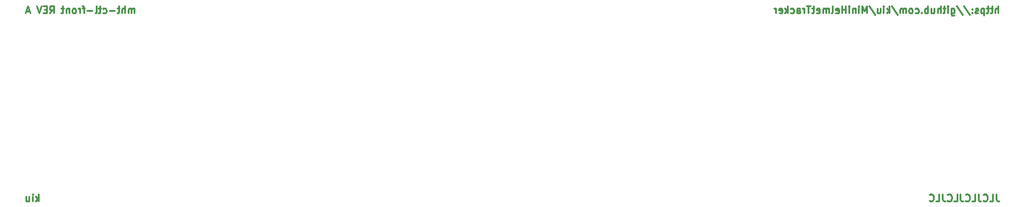
<source format=gbo>
G04 #@! TF.GenerationSoftware,KiCad,Pcbnew,(6.0.0)*
G04 #@! TF.CreationDate,2022-06-26T22:50:44+02:00*
G04 #@! TF.ProjectId,mht-ctl-front,6d68742d-6374-46c2-9d66-726f6e742e6b,rev?*
G04 #@! TF.SameCoordinates,Original*
G04 #@! TF.FileFunction,Legend,Bot*
G04 #@! TF.FilePolarity,Positive*
%FSLAX46Y46*%
G04 Gerber Fmt 4.6, Leading zero omitted, Abs format (unit mm)*
G04 Created by KiCad (PCBNEW (6.0.0)) date 2022-06-26 22:50:44*
%MOMM*%
%LPD*%
G01*
G04 APERTURE LIST*
%ADD10C,0.250000*%
%ADD11C,3.200000*%
G04 APERTURE END LIST*
D10*
X50876785Y-31952380D02*
X50876785Y-31285714D01*
X50876785Y-31380952D02*
X50829166Y-31333333D01*
X50733928Y-31285714D01*
X50591071Y-31285714D01*
X50495833Y-31333333D01*
X50448214Y-31428571D01*
X50448214Y-31952380D01*
X50448214Y-31428571D02*
X50400595Y-31333333D01*
X50305357Y-31285714D01*
X50162500Y-31285714D01*
X50067261Y-31333333D01*
X50019642Y-31428571D01*
X50019642Y-31952380D01*
X49543452Y-31952380D02*
X49543452Y-30952380D01*
X49114880Y-31952380D02*
X49114880Y-31428571D01*
X49162500Y-31333333D01*
X49257738Y-31285714D01*
X49400595Y-31285714D01*
X49495833Y-31333333D01*
X49543452Y-31380952D01*
X48781547Y-31285714D02*
X48400595Y-31285714D01*
X48638690Y-30952380D02*
X48638690Y-31809523D01*
X48591071Y-31904761D01*
X48495833Y-31952380D01*
X48400595Y-31952380D01*
X48067261Y-31571428D02*
X47305357Y-31571428D01*
X46400595Y-31904761D02*
X46495833Y-31952380D01*
X46686309Y-31952380D01*
X46781547Y-31904761D01*
X46829166Y-31857142D01*
X46876785Y-31761904D01*
X46876785Y-31476190D01*
X46829166Y-31380952D01*
X46781547Y-31333333D01*
X46686309Y-31285714D01*
X46495833Y-31285714D01*
X46400595Y-31333333D01*
X46114880Y-31285714D02*
X45733928Y-31285714D01*
X45972023Y-30952380D02*
X45972023Y-31809523D01*
X45924404Y-31904761D01*
X45829166Y-31952380D01*
X45733928Y-31952380D01*
X45257738Y-31952380D02*
X45352976Y-31904761D01*
X45400595Y-31809523D01*
X45400595Y-30952380D01*
X44876785Y-31571428D02*
X44114880Y-31571428D01*
X43781547Y-31285714D02*
X43400595Y-31285714D01*
X43638690Y-31952380D02*
X43638690Y-31095238D01*
X43591071Y-31000000D01*
X43495833Y-30952380D01*
X43400595Y-30952380D01*
X43067261Y-31952380D02*
X43067261Y-31285714D01*
X43067261Y-31476190D02*
X43019642Y-31380952D01*
X42972023Y-31333333D01*
X42876785Y-31285714D01*
X42781547Y-31285714D01*
X42305357Y-31952380D02*
X42400595Y-31904761D01*
X42448214Y-31857142D01*
X42495833Y-31761904D01*
X42495833Y-31476190D01*
X42448214Y-31380952D01*
X42400595Y-31333333D01*
X42305357Y-31285714D01*
X42162500Y-31285714D01*
X42067261Y-31333333D01*
X42019642Y-31380952D01*
X41972023Y-31476190D01*
X41972023Y-31761904D01*
X42019642Y-31857142D01*
X42067261Y-31904761D01*
X42162500Y-31952380D01*
X42305357Y-31952380D01*
X41543452Y-31285714D02*
X41543452Y-31952380D01*
X41543452Y-31380952D02*
X41495833Y-31333333D01*
X41400595Y-31285714D01*
X41257738Y-31285714D01*
X41162500Y-31333333D01*
X41114880Y-31428571D01*
X41114880Y-31952380D01*
X40781547Y-31285714D02*
X40400595Y-31285714D01*
X40638690Y-30952380D02*
X40638690Y-31809523D01*
X40591071Y-31904761D01*
X40495833Y-31952380D01*
X40400595Y-31952380D01*
X38733928Y-31952380D02*
X39067261Y-31476190D01*
X39305357Y-31952380D02*
X39305357Y-30952380D01*
X38924404Y-30952380D01*
X38829166Y-31000000D01*
X38781547Y-31047619D01*
X38733928Y-31142857D01*
X38733928Y-31285714D01*
X38781547Y-31380952D01*
X38829166Y-31428571D01*
X38924404Y-31476190D01*
X39305357Y-31476190D01*
X38305357Y-31428571D02*
X37972023Y-31428571D01*
X37829166Y-31952380D02*
X38305357Y-31952380D01*
X38305357Y-30952380D01*
X37829166Y-30952380D01*
X37543452Y-30952380D02*
X37210119Y-31952380D01*
X36876785Y-30952380D01*
X35829166Y-31666666D02*
X35352976Y-31666666D01*
X35924404Y-31952380D02*
X35591071Y-30952380D01*
X35257738Y-31952380D01*
X174313690Y-57952380D02*
X174313690Y-58666666D01*
X174361309Y-58809523D01*
X174456547Y-58904761D01*
X174599404Y-58952380D01*
X174694642Y-58952380D01*
X173361309Y-58952380D02*
X173837500Y-58952380D01*
X173837500Y-57952380D01*
X172456547Y-58857142D02*
X172504166Y-58904761D01*
X172647023Y-58952380D01*
X172742261Y-58952380D01*
X172885119Y-58904761D01*
X172980357Y-58809523D01*
X173027976Y-58714285D01*
X173075595Y-58523809D01*
X173075595Y-58380952D01*
X173027976Y-58190476D01*
X172980357Y-58095238D01*
X172885119Y-58000000D01*
X172742261Y-57952380D01*
X172647023Y-57952380D01*
X172504166Y-58000000D01*
X172456547Y-58047619D01*
X171742261Y-57952380D02*
X171742261Y-58666666D01*
X171789880Y-58809523D01*
X171885119Y-58904761D01*
X172027976Y-58952380D01*
X172123214Y-58952380D01*
X170789880Y-58952380D02*
X171266071Y-58952380D01*
X171266071Y-57952380D01*
X169885119Y-58857142D02*
X169932738Y-58904761D01*
X170075595Y-58952380D01*
X170170833Y-58952380D01*
X170313690Y-58904761D01*
X170408928Y-58809523D01*
X170456547Y-58714285D01*
X170504166Y-58523809D01*
X170504166Y-58380952D01*
X170456547Y-58190476D01*
X170408928Y-58095238D01*
X170313690Y-58000000D01*
X170170833Y-57952380D01*
X170075595Y-57952380D01*
X169932738Y-58000000D01*
X169885119Y-58047619D01*
X169170833Y-57952380D02*
X169170833Y-58666666D01*
X169218452Y-58809523D01*
X169313690Y-58904761D01*
X169456547Y-58952380D01*
X169551785Y-58952380D01*
X168218452Y-58952380D02*
X168694642Y-58952380D01*
X168694642Y-57952380D01*
X167313690Y-58857142D02*
X167361309Y-58904761D01*
X167504166Y-58952380D01*
X167599404Y-58952380D01*
X167742261Y-58904761D01*
X167837500Y-58809523D01*
X167885119Y-58714285D01*
X167932738Y-58523809D01*
X167932738Y-58380952D01*
X167885119Y-58190476D01*
X167837500Y-58095238D01*
X167742261Y-58000000D01*
X167599404Y-57952380D01*
X167504166Y-57952380D01*
X167361309Y-58000000D01*
X167313690Y-58047619D01*
X166599404Y-57952380D02*
X166599404Y-58666666D01*
X166647023Y-58809523D01*
X166742261Y-58904761D01*
X166885119Y-58952380D01*
X166980357Y-58952380D01*
X165647023Y-58952380D02*
X166123214Y-58952380D01*
X166123214Y-57952380D01*
X164742261Y-58857142D02*
X164789880Y-58904761D01*
X164932738Y-58952380D01*
X165027976Y-58952380D01*
X165170833Y-58904761D01*
X165266071Y-58809523D01*
X165313690Y-58714285D01*
X165361309Y-58523809D01*
X165361309Y-58380952D01*
X165313690Y-58190476D01*
X165266071Y-58095238D01*
X165170833Y-58000000D01*
X165027976Y-57952380D01*
X164932738Y-57952380D01*
X164789880Y-58000000D01*
X164742261Y-58047619D01*
X174599404Y-31952380D02*
X174599404Y-30952380D01*
X174170833Y-31952380D02*
X174170833Y-31428571D01*
X174218452Y-31333333D01*
X174313690Y-31285714D01*
X174456547Y-31285714D01*
X174551785Y-31333333D01*
X174599404Y-31380952D01*
X173837500Y-31285714D02*
X173456547Y-31285714D01*
X173694642Y-30952380D02*
X173694642Y-31809523D01*
X173647023Y-31904761D01*
X173551785Y-31952380D01*
X173456547Y-31952380D01*
X173266071Y-31285714D02*
X172885119Y-31285714D01*
X173123214Y-30952380D02*
X173123214Y-31809523D01*
X173075595Y-31904761D01*
X172980357Y-31952380D01*
X172885119Y-31952380D01*
X172551785Y-31285714D02*
X172551785Y-32285714D01*
X172551785Y-31333333D02*
X172456547Y-31285714D01*
X172266071Y-31285714D01*
X172170833Y-31333333D01*
X172123214Y-31380952D01*
X172075595Y-31476190D01*
X172075595Y-31761904D01*
X172123214Y-31857142D01*
X172170833Y-31904761D01*
X172266071Y-31952380D01*
X172456547Y-31952380D01*
X172551785Y-31904761D01*
X171694642Y-31904761D02*
X171599404Y-31952380D01*
X171408928Y-31952380D01*
X171313690Y-31904761D01*
X171266071Y-31809523D01*
X171266071Y-31761904D01*
X171313690Y-31666666D01*
X171408928Y-31619047D01*
X171551785Y-31619047D01*
X171647023Y-31571428D01*
X171694642Y-31476190D01*
X171694642Y-31428571D01*
X171647023Y-31333333D01*
X171551785Y-31285714D01*
X171408928Y-31285714D01*
X171313690Y-31333333D01*
X170837500Y-31857142D02*
X170789880Y-31904761D01*
X170837500Y-31952380D01*
X170885119Y-31904761D01*
X170837500Y-31857142D01*
X170837500Y-31952380D01*
X170837500Y-31333333D02*
X170789880Y-31380952D01*
X170837500Y-31428571D01*
X170885119Y-31380952D01*
X170837500Y-31333333D01*
X170837500Y-31428571D01*
X169647023Y-30904761D02*
X170504166Y-32190476D01*
X168599404Y-30904761D02*
X169456547Y-32190476D01*
X167837500Y-31285714D02*
X167837500Y-32095238D01*
X167885119Y-32190476D01*
X167932738Y-32238095D01*
X168027976Y-32285714D01*
X168170833Y-32285714D01*
X168266071Y-32238095D01*
X167837500Y-31904761D02*
X167932738Y-31952380D01*
X168123214Y-31952380D01*
X168218452Y-31904761D01*
X168266071Y-31857142D01*
X168313690Y-31761904D01*
X168313690Y-31476190D01*
X168266071Y-31380952D01*
X168218452Y-31333333D01*
X168123214Y-31285714D01*
X167932738Y-31285714D01*
X167837500Y-31333333D01*
X167361309Y-31952380D02*
X167361309Y-31285714D01*
X167361309Y-30952380D02*
X167408928Y-31000000D01*
X167361309Y-31047619D01*
X167313690Y-31000000D01*
X167361309Y-30952380D01*
X167361309Y-31047619D01*
X167027976Y-31285714D02*
X166647023Y-31285714D01*
X166885119Y-30952380D02*
X166885119Y-31809523D01*
X166837500Y-31904761D01*
X166742261Y-31952380D01*
X166647023Y-31952380D01*
X166313690Y-31952380D02*
X166313690Y-30952380D01*
X165885119Y-31952380D02*
X165885119Y-31428571D01*
X165932738Y-31333333D01*
X166027976Y-31285714D01*
X166170833Y-31285714D01*
X166266071Y-31333333D01*
X166313690Y-31380952D01*
X164980357Y-31285714D02*
X164980357Y-31952380D01*
X165408928Y-31285714D02*
X165408928Y-31809523D01*
X165361309Y-31904761D01*
X165266071Y-31952380D01*
X165123214Y-31952380D01*
X165027976Y-31904761D01*
X164980357Y-31857142D01*
X164504166Y-31952380D02*
X164504166Y-30952380D01*
X164504166Y-31333333D02*
X164408928Y-31285714D01*
X164218452Y-31285714D01*
X164123214Y-31333333D01*
X164075595Y-31380952D01*
X164027976Y-31476190D01*
X164027976Y-31761904D01*
X164075595Y-31857142D01*
X164123214Y-31904761D01*
X164218452Y-31952380D01*
X164408928Y-31952380D01*
X164504166Y-31904761D01*
X163599404Y-31857142D02*
X163551785Y-31904761D01*
X163599404Y-31952380D01*
X163647023Y-31904761D01*
X163599404Y-31857142D01*
X163599404Y-31952380D01*
X162694642Y-31904761D02*
X162789880Y-31952380D01*
X162980357Y-31952380D01*
X163075595Y-31904761D01*
X163123214Y-31857142D01*
X163170833Y-31761904D01*
X163170833Y-31476190D01*
X163123214Y-31380952D01*
X163075595Y-31333333D01*
X162980357Y-31285714D01*
X162789880Y-31285714D01*
X162694642Y-31333333D01*
X162123214Y-31952380D02*
X162218452Y-31904761D01*
X162266071Y-31857142D01*
X162313690Y-31761904D01*
X162313690Y-31476190D01*
X162266071Y-31380952D01*
X162218452Y-31333333D01*
X162123214Y-31285714D01*
X161980357Y-31285714D01*
X161885119Y-31333333D01*
X161837500Y-31380952D01*
X161789880Y-31476190D01*
X161789880Y-31761904D01*
X161837500Y-31857142D01*
X161885119Y-31904761D01*
X161980357Y-31952380D01*
X162123214Y-31952380D01*
X161361309Y-31952380D02*
X161361309Y-31285714D01*
X161361309Y-31380952D02*
X161313690Y-31333333D01*
X161218452Y-31285714D01*
X161075595Y-31285714D01*
X160980357Y-31333333D01*
X160932738Y-31428571D01*
X160932738Y-31952380D01*
X160932738Y-31428571D02*
X160885119Y-31333333D01*
X160789880Y-31285714D01*
X160647023Y-31285714D01*
X160551785Y-31333333D01*
X160504166Y-31428571D01*
X160504166Y-31952380D01*
X159313690Y-30904761D02*
X160170833Y-32190476D01*
X158980357Y-31952380D02*
X158980357Y-30952380D01*
X158885119Y-31571428D02*
X158599404Y-31952380D01*
X158599404Y-31285714D02*
X158980357Y-31666666D01*
X158170833Y-31952380D02*
X158170833Y-31285714D01*
X158170833Y-30952380D02*
X158218452Y-31000000D01*
X158170833Y-31047619D01*
X158123214Y-31000000D01*
X158170833Y-30952380D01*
X158170833Y-31047619D01*
X157266071Y-31285714D02*
X157266071Y-31952380D01*
X157694642Y-31285714D02*
X157694642Y-31809523D01*
X157647023Y-31904761D01*
X157551785Y-31952380D01*
X157408928Y-31952380D01*
X157313690Y-31904761D01*
X157266071Y-31857142D01*
X156075595Y-30904761D02*
X156932738Y-32190476D01*
X155742261Y-31952380D02*
X155742261Y-30952380D01*
X155408928Y-31666666D01*
X155075595Y-30952380D01*
X155075595Y-31952380D01*
X154599404Y-31952380D02*
X154599404Y-31285714D01*
X154599404Y-30952380D02*
X154647023Y-31000000D01*
X154599404Y-31047619D01*
X154551785Y-31000000D01*
X154599404Y-30952380D01*
X154599404Y-31047619D01*
X154123214Y-31285714D02*
X154123214Y-31952380D01*
X154123214Y-31380952D02*
X154075595Y-31333333D01*
X153980357Y-31285714D01*
X153837500Y-31285714D01*
X153742261Y-31333333D01*
X153694642Y-31428571D01*
X153694642Y-31952380D01*
X153218452Y-31952380D02*
X153218452Y-31285714D01*
X153218452Y-30952380D02*
X153266071Y-31000000D01*
X153218452Y-31047619D01*
X153170833Y-31000000D01*
X153218452Y-30952380D01*
X153218452Y-31047619D01*
X152742261Y-31952380D02*
X152742261Y-30952380D01*
X152742261Y-31428571D02*
X152170833Y-31428571D01*
X152170833Y-31952380D02*
X152170833Y-30952380D01*
X151313690Y-31904761D02*
X151408928Y-31952380D01*
X151599404Y-31952380D01*
X151694642Y-31904761D01*
X151742261Y-31809523D01*
X151742261Y-31428571D01*
X151694642Y-31333333D01*
X151599404Y-31285714D01*
X151408928Y-31285714D01*
X151313690Y-31333333D01*
X151266071Y-31428571D01*
X151266071Y-31523809D01*
X151742261Y-31619047D01*
X150694642Y-31952380D02*
X150789880Y-31904761D01*
X150837500Y-31809523D01*
X150837500Y-30952380D01*
X150313690Y-31952380D02*
X150313690Y-31285714D01*
X150313690Y-31380952D02*
X150266071Y-31333333D01*
X150170833Y-31285714D01*
X150027976Y-31285714D01*
X149932738Y-31333333D01*
X149885119Y-31428571D01*
X149885119Y-31952380D01*
X149885119Y-31428571D02*
X149837500Y-31333333D01*
X149742261Y-31285714D01*
X149599404Y-31285714D01*
X149504166Y-31333333D01*
X149456547Y-31428571D01*
X149456547Y-31952380D01*
X148599404Y-31904761D02*
X148694642Y-31952380D01*
X148885119Y-31952380D01*
X148980357Y-31904761D01*
X149027976Y-31809523D01*
X149027976Y-31428571D01*
X148980357Y-31333333D01*
X148885119Y-31285714D01*
X148694642Y-31285714D01*
X148599404Y-31333333D01*
X148551785Y-31428571D01*
X148551785Y-31523809D01*
X149027976Y-31619047D01*
X148266071Y-31285714D02*
X147885119Y-31285714D01*
X148123214Y-30952380D02*
X148123214Y-31809523D01*
X148075595Y-31904761D01*
X147980357Y-31952380D01*
X147885119Y-31952380D01*
X147694642Y-30952380D02*
X147123214Y-30952380D01*
X147408928Y-31952380D02*
X147408928Y-30952380D01*
X146789880Y-31952380D02*
X146789880Y-31285714D01*
X146789880Y-31476190D02*
X146742261Y-31380952D01*
X146694642Y-31333333D01*
X146599404Y-31285714D01*
X146504166Y-31285714D01*
X145742261Y-31952380D02*
X145742261Y-31428571D01*
X145789880Y-31333333D01*
X145885119Y-31285714D01*
X146075595Y-31285714D01*
X146170833Y-31333333D01*
X145742261Y-31904761D02*
X145837500Y-31952380D01*
X146075595Y-31952380D01*
X146170833Y-31904761D01*
X146218452Y-31809523D01*
X146218452Y-31714285D01*
X146170833Y-31619047D01*
X146075595Y-31571428D01*
X145837500Y-31571428D01*
X145742261Y-31523809D01*
X144837500Y-31904761D02*
X144932738Y-31952380D01*
X145123214Y-31952380D01*
X145218452Y-31904761D01*
X145266071Y-31857142D01*
X145313690Y-31761904D01*
X145313690Y-31476190D01*
X145266071Y-31380952D01*
X145218452Y-31333333D01*
X145123214Y-31285714D01*
X144932738Y-31285714D01*
X144837500Y-31333333D01*
X144408928Y-31952380D02*
X144408928Y-30952380D01*
X144313690Y-31571428D02*
X144027976Y-31952380D01*
X144027976Y-31285714D02*
X144408928Y-31666666D01*
X143218452Y-31904761D02*
X143313690Y-31952380D01*
X143504166Y-31952380D01*
X143599404Y-31904761D01*
X143647023Y-31809523D01*
X143647023Y-31428571D01*
X143599404Y-31333333D01*
X143504166Y-31285714D01*
X143313690Y-31285714D01*
X143218452Y-31333333D01*
X143170833Y-31428571D01*
X143170833Y-31523809D01*
X143647023Y-31619047D01*
X142742261Y-31952380D02*
X142742261Y-31285714D01*
X142742261Y-31476190D02*
X142694642Y-31380952D01*
X142647023Y-31333333D01*
X142551785Y-31285714D01*
X142456547Y-31285714D01*
X37114880Y-58952380D02*
X37114880Y-57952380D01*
X37019642Y-58571428D02*
X36733928Y-58952380D01*
X36733928Y-58285714D02*
X37114880Y-58666666D01*
X36305357Y-58952380D02*
X36305357Y-58285714D01*
X36305357Y-57952380D02*
X36352976Y-58000000D01*
X36305357Y-58047619D01*
X36257738Y-58000000D01*
X36305357Y-57952380D01*
X36305357Y-58047619D01*
X35400595Y-58285714D02*
X35400595Y-58952380D01*
X35829166Y-58285714D02*
X35829166Y-58809523D01*
X35781547Y-58904761D01*
X35686309Y-58952380D01*
X35543452Y-58952380D01*
X35448214Y-58904761D01*
X35400595Y-58857142D01*
%LPC*%
D11*
X171000000Y-40000000D03*
X39000000Y-54000000D03*
X39000000Y-40000000D03*
X171000000Y-54000000D03*
M02*

</source>
